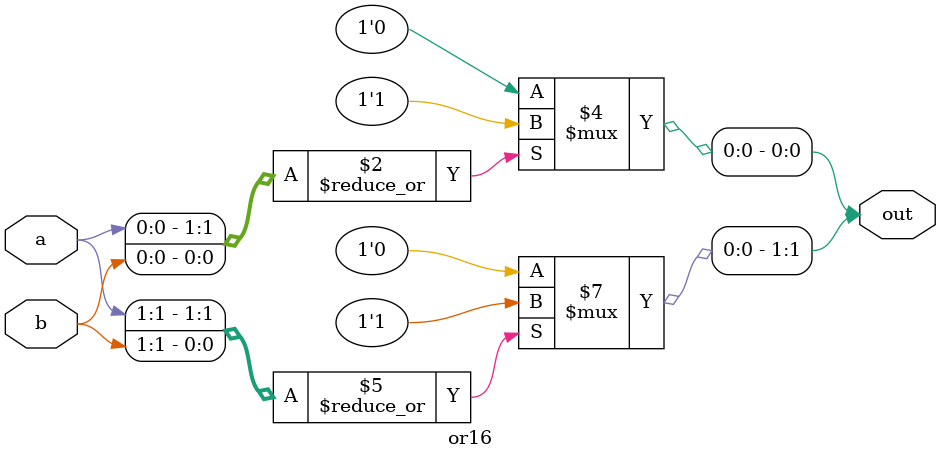
<source format=v>
module or16 (
    input [1:0] a,b,
    output reg [1:0] out
);

    always @(*) begin
        out[0] = (|{a[0],b[0]} == 1'b0) ? 1'b0 : 1'b1;
        out[1] = (|{a[1],b[1]} == 1'b0) ? 1'b0 : 1'b1;
    end
    
endmodule

</source>
